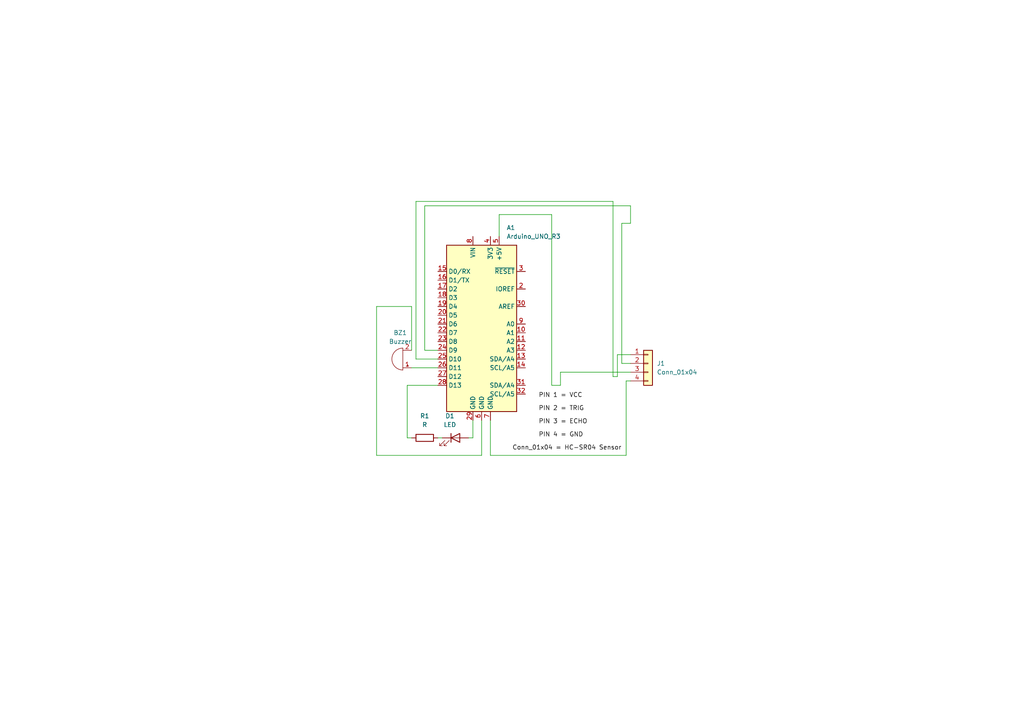
<source format=kicad_sch>
(kicad_sch (version 20250114) (generator "eeschema") (generator_version "9.0")
  (paper "A4")
  (lib_symbols
    (symbol "Connector_Generic:Conn_01x04" (pin_names (offset 1.016) (hide yes))
      (property "Reference" "J" (at 0 5.08 0))
      (property "Value" "Conn_01x04" (at 0 -7.62 0))
      (symbol "Conn_01x04_1_1"
        (rectangle (start -1.27 3.81) (end 1.27 -6.35) (stroke (width 0.254)) (fill (type background)))
        (rectangle (start -1.27 2.667) (end 0 2.413) (stroke (width 0.1524)))
        (rectangle (start -1.27 0.127) (end 0 -0.127) (stroke (width 0.1524)))
        (rectangle (start -1.27 -2.413) (end 0 -2.667) (stroke (width 0.1524)))
        (rectangle (start -1.27 -4.953) (end 0 -5.207) (stroke (width 0.1524)))
        (pin passive line (at -5.08 2.54 0) (length 3.81) (name "Pin_1") (number "1"))
        (pin passive line (at -5.08 0 0) (length 3.81) (name "Pin_2") (number "2"))
        (pin passive line (at -5.08 -2.54 0) (length 3.81) (name "Pin_3") (number "3"))
        (pin passive line (at -5.08 -5.08 0) (length 3.81) (name "Pin_4") (number "4"))
      )
    )
    (symbol "Device:Buzzer" (pin_names (offset 0.0254) (hide yes))
      (property "Reference" "BZ" (at 3.81 1.27 0))
      (property "Value" "Buzzer" (at 3.81 -1.27 0))
      (symbol "Buzzer_0_1"
        (polyline (pts (xy -1.651 1.905) (xy -1.143 1.905)))
        (polyline (pts (xy -1.397 2.159) (xy -1.397 1.651)))
        (arc (start 0 3.175) (mid 3.1612 0) (end 0 -3.175))
        (polyline (pts (xy 0 3.175) (xy 0 -3.175)))
      )
      (symbol "Buzzer_1_1"
        (pin passive line (at -2.54 2.54 0) (length 2.54) (name "+") (number "1"))
        (pin passive line (at -2.54 -2.54 0) (length 2.54) (name "-") (number "2"))
      )
    )
    (symbol "Device:LED" (pin_numbers (hide yes)) (pin_names (offset 1.016) (hide yes))
      (property "Reference" "D" (at 0 2.54 0))
      (property "Value" "LED" (at 0 -2.54 0))
      (symbol "LED_0_1"
        (polyline (pts (xy -3.048 -0.762) (xy -4.572 -2.286) (xy -3.81 -2.286) (xy -4.572 -2.286) (xy -4.572 -1.524)))
        (polyline (pts (xy -1.778 -0.762) (xy -3.302 -2.286) (xy -2.54 -2.286) (xy -3.302 -2.286) (xy -3.302 -1.524)))
        (polyline (pts (xy -1.27 0) (xy 1.27 0)))
        (polyline (pts (xy -1.27 -1.27) (xy -1.27 1.27)) (stroke (width 0.254)))
        (polyline (pts (xy 1.27 -1.27) (xy 1.27 1.27) (xy -1.27 0) (xy 1.27 -1.27)) (stroke (width 0.254)))
      )
      (symbol "LED_1_1"
        (pin passive line (at -3.81 0 0) (length 2.54) (name "K") (number "1"))
        (pin passive line (at 3.81 0 180) (length 2.54) (name "A") (number "2"))
      )
    )
    (symbol "Device:R" (pin_numbers (hide yes)) (pin_names (offset 0))
      (property "Reference" "R" (at 2.032 0 90))
      (property "Value" "R" (at 0 0 90))
      (symbol "R_0_1"
        (rectangle (start -1.016 -2.54) (end 1.016 2.54) (stroke (width 0.254)))
      )
      (symbol "R_1_1"
        (pin passive line (at 0 3.81 270) (length 1.27) (name "~") (number "1"))
        (pin passive line (at 0 -3.81 90) (length 1.27) (name "~") (number "2"))
      )
    )
    (symbol "MCU_Module:Arduino_UNO_R3"
      (property "Reference" "A" (at -10.16 23.495 0))
      (property "Value" "Arduino_UNO_R3" (at 5.08 -26.67 0))
      (symbol "Arduino_UNO_R3_0_1"
        (rectangle (start -10.16 22.86) (end 10.16 -25.4) (stroke (width 0.254)) (fill (type background)))
      )
      (symbol "Arduino_UNO_R3_1_1"
        (pin bidirectional line (at -12.7 15.24 0) (length 2.54) (name "D0/RX") (number "15"))
        (pin bidirectional line (at -12.7 12.7 0) (length 2.54) (name "D1/TX") (number "16"))
        (pin bidirectional line (at -12.7 10.16 0) (length 2.54) (name "D2") (number "17"))
        (pin bidirectional line (at -12.7 7.62 0) (length 2.54) (name "D3") (number "18"))
        (pin bidirectional line (at -12.7 5.08 0) (length 2.54) (name "D4") (number "19"))
        (pin bidirectional line (at -12.7 2.54 0) (length 2.54) (name "D5") (number "20"))
        (pin bidirectional line (at -12.7 0 0) (length 2.54) (name "D6") (number "21"))
        (pin bidirectional line (at -12.7 -2.54 0) (length 2.54) (name "D7") (number "22"))
        (pin bidirectional line (at -12.7 -5.08 0) (length 2.54) (name "D8") (number "23"))
        (pin bidirectional line (at -12.7 -7.62 0) (length 2.54) (name "D9") (number "24"))
        (pin bidirectional line (at -12.7 -10.16 0) (length 2.54) (name "D10") (number "25"))
        (pin bidirectional line (at -12.7 -12.7 0) (length 2.54) (name "D11") (number "26"))
        (pin bidirectional line (at -12.7 -15.24 0) (length 2.54) (name "D12") (number "27"))
        (pin bidirectional line (at -12.7 -17.78 0) (length 2.54) (name "D13") (number "28"))
        (pin no_connect line (at -10.16 -20.32 0) (length 2.54) (hide yes) (name "NC") (number "1"))
        (pin power_in line (at -2.54 25.4 270) (length 2.54) (name "VIN") (number "8"))
        (pin power_in line (at -2.54 -27.94 90) (length 2.54) (name "GND") (number "29"))
        (pin power_in line (at 0 -27.94 90) (length 2.54) (name "GND") (number "6"))
        (pin power_out line (at 2.54 25.4 270) (length 2.54) (name "3V3") (number "4"))
        (pin power_in line (at 2.54 -27.94 90) (length 2.54) (name "GND") (number "7"))
        (pin power_out line (at 5.08 25.4 270) (length 2.54) (name "+5V") (number "5"))
        (pin input line (at 12.7 15.24 180) (length 2.54) (name "~{RESET}") (number "3"))
        (pin output line (at 12.7 10.16 180) (length 2.54) (name "IOREF") (number "2"))
        (pin input line (at 12.7 5.08 180) (length 2.54) (name "AREF") (number "30"))
        (pin bidirectional line (at 12.7 0 180) (length 2.54) (name "A0") (number "9"))
        (pin bidirectional line (at 12.7 -2.54 180) (length 2.54) (name "A1") (number "10"))
        (pin bidirectional line (at 12.7 -5.08 180) (length 2.54) (name "A2") (number "11"))
        (pin bidirectional line (at 12.7 -7.62 180) (length 2.54) (name "A3") (number "12"))
        (pin bidirectional line (at 12.7 -10.16 180) (length 2.54) (name "SDA/A4") (number "13"))
        (pin bidirectional line (at 12.7 -12.7 180) (length 2.54) (name "SCL/A5") (number "14"))
        (pin bidirectional line (at 12.7 -17.78 180) (length 2.54) (name "SDA/A4") (number "31"))
        (pin bidirectional line (at 12.7 -20.32 180) (length 2.54) (name "SCL/A5") (number "32"))
      )
    )
  )
  (wire (pts (xy 118.11 111.76) (xy 127 111.76)))
  (wire (pts (xy 177.8 109.22) (xy 179.07 109.22)))
  (wire (pts (xy 162.56 107.95) (xy 182.88 107.95)))
  (wire (pts (xy 139.7 132.08) (xy 139.7 121.92)))
  (wire (pts (xy 118.11 127) (xy 118.11 111.76)))
  (wire (pts (xy 181.61 110.49) (xy 182.88 110.49)))
  (wire (pts (xy 160.02 62.23) (xy 144.78 62.23)))
  (wire (pts (xy 109.22 88.9) (xy 109.22 132.08)))
  (wire (pts (xy 181.61 132.08) (xy 142.24 132.08)))
  (wire (pts (xy 182.88 59.69) (xy 182.88 64.77)))
  (wire (pts (xy 160.02 111.76) (xy 162.56 111.76)))
  (wire (pts (xy 177.8 58.42) (xy 120.65 58.42)))
  (wire (pts (xy 123.19 59.69) (xy 182.88 59.69)))
  (wire (pts (xy 162.56 111.76) (xy 162.56 107.95)))
  (wire (pts (xy 142.24 132.08) (xy 142.24 121.92)))
  (wire (pts (xy 119.38 101.6) (xy 119.38 88.9)))
  (wire (pts (xy 123.19 101.6) (xy 127 101.6)))
  (wire (pts (xy 120.65 58.42) (xy 120.65 104.14)))
  (wire (pts (xy 118.11 127) (xy 119.38 127)))
  (wire (pts (xy 179.07 109.22) (xy 179.07 102.87)))
  (wire (pts (xy 119.38 106.68) (xy 127 106.68)))
  (wire (pts (xy 127 127) (xy 128.27 127)))
  (wire (pts (xy 182.88 64.77) (xy 180.34 64.77)))
  (wire (pts (xy 160.02 111.76) (xy 160.02 62.23)))
  (wire (pts (xy 177.8 58.42) (xy 177.8 109.22)))
  (wire (pts (xy 123.19 59.69) (xy 123.19 101.6)))
  (wire (pts (xy 180.34 105.41) (xy 182.88 105.41)))
  (wire (pts (xy 120.65 104.14) (xy 127 104.14)))
  (wire (pts (xy 179.07 102.87) (xy 182.88 102.87)))
  (wire (pts (xy 109.22 132.08) (xy 139.7 132.08)))
  (wire (pts (xy 181.61 132.08) (xy 181.61 110.49)))
  (wire (pts (xy 135.89 127) (xy 137.16 127)))
  (wire (pts (xy 144.78 62.23) (xy 144.78 68.58)))
  (wire (pts (xy 137.16 121.92) (xy 137.16 127)))
  (wire (pts (xy 180.34 64.77) (xy 180.34 105.41)))
  (wire (pts (xy 119.38 88.9) (xy 109.22 88.9)))
  (label "PIN 1 = VCC" (at 156.21 115.57 0))
  (label "Conn_01x04 = HC-SR04 Sensor" (at 148.59 130.81 0))
  (label "PIN 4 = GND" (at 156.21 127 0))
  (label "PIN 2 = TRIG" (at 156.21 119.38 0))
  (label "PIN 3 = ECHO" (at 156.21 123.19 0))
  (symbol (lib_id "MCU_Module:Arduino_UNO_R3") (at 139.7 93.98 0) (unit 1)
    (property "Reference" "A1" (at 146.9233 66.04 0) (effects (justify left)))
    (property "Value" "Arduino_UNO_R3" (at 146.9233 68.58 0) (effects (justify left)))
    (property "Footprint" "Module:Arduino_UNO_R3" (effects (hide yes)))
    (property "Datasheet" "https://www.arduino.cc/en/Main/arduinoBoardUno" (effects (hide yes)))
    (property "Description" "Arduino UNO Microcontroller Module, release 3" (effects (hide yes)))
  )
  (symbol (lib_id "Device:R") (at 123.19 127 90) (unit 1)
    (property "Reference" "R1" (at 123.19 120.65 90))
    (property "Value" "R" (at 123.19 123.19 90))
    (property "Footprint" "Resistor_SMD:R_0201_0603Metric" (effects (hide yes)))
    (property "Description" "Resistor" (effects (hide yes)))
  )
  (symbol (lib_id "Device:Buzzer") (at 116.84 104.14 180) (unit 1)
    (property "Reference" "BZ1" (at 116.0849 96.52 0))
    (property "Value" "Buzzer" (at 116.0849 99.06 0))
    (property "Footprint" "Buzzer_Beeper:Buzzer_12x9.5RM7.6" (effects (hide yes)))
    (property "Description" "Buzzer, polarized" (effects (hide yes)))
  )
  (symbol (lib_id "Device:LED") (at 132.08 127 0) (unit 1)
    (property "Reference" "D1" (at 130.4925 120.65 0))
    (property "Value" "LED" (at 130.4925 123.19 0))
    (property "Footprint" "LED_THT:LED_D1.8mm_W1.8mm_H2.4mm_Horizontal_O1.27mm_Z1.6mm" (effects (hide yes)))
    (property "Description" "Light emitting diode" (effects (hide yes)))
    (property "Sim.Pins" "1=K 2=A" (effects (hide yes)))
  )
  (symbol (lib_id "Connector_Generic:Conn_01x04") (at 187.96 105.41 0) (unit 1)
    (property "Reference" "J1" (at 190.5 105.4099 0) (effects (justify left)))
    (property "Value" "Conn_01x04" (at 190.5 107.9499 0) (effects (justify left)))
    (property "Footprint" "Connector_PinHeader_1.00mm:PinHeader_1x04_P1.00mm_Horizontal" (effects (hide yes)))
    (property "Description" "Generic connector, single row, 01x04, script generated (kicad-library-utils/schlib/autogen/connector/)" (effects (hide yes)))
  )
)
</source>
